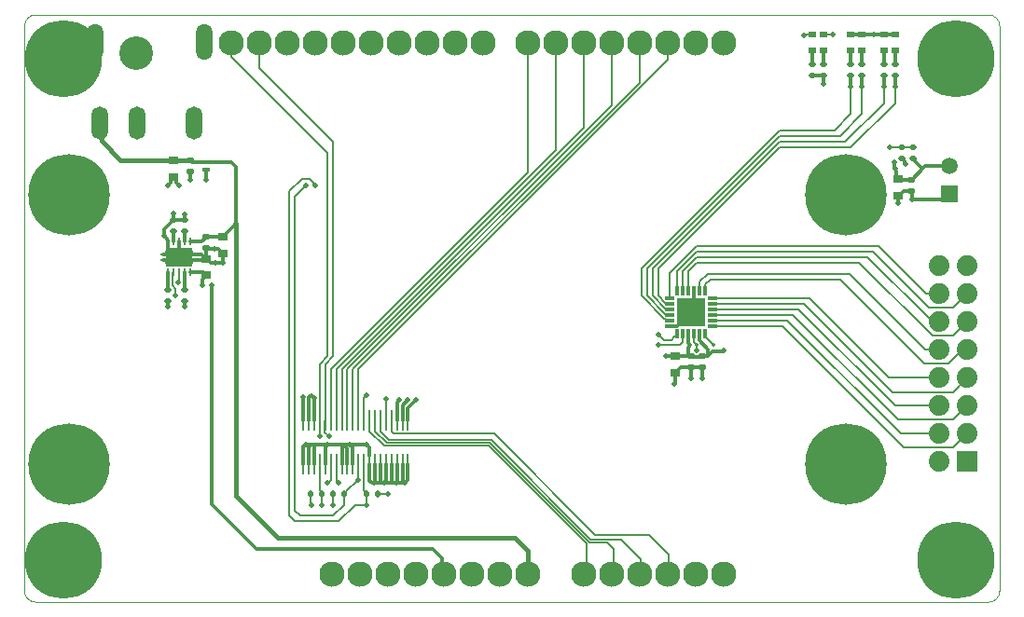
<source format=gtl>
G04*
G04 #@! TF.GenerationSoftware,Altium Limited,Altium Designer,24.5.2 (23)*
G04*
G04 Layer_Physical_Order=1*
G04 Layer_Color=255*
%FSLAX25Y25*%
%MOIN*%
G70*
G04*
G04 #@! TF.SameCoordinates,8268167A-419A-4E4C-BA15-56D98ABE09BB*
G04*
G04*
G04 #@! TF.FilePolarity,Positive*
G04*
G01*
G75*
%ADD12C,0.00600*%
%ADD14C,0.01200*%
%ADD20C,0.00100*%
G04:AMPARAMS|DCode=21|XSize=23.62mil|YSize=17.72mil|CornerRadius=4.43mil|HoleSize=0mil|Usage=FLASHONLY|Rotation=90.000|XOffset=0mil|YOffset=0mil|HoleType=Round|Shape=RoundedRectangle|*
%AMROUNDEDRECTD21*
21,1,0.02362,0.00886,0,0,90.0*
21,1,0.01476,0.01772,0,0,90.0*
1,1,0.00886,0.00443,0.00738*
1,1,0.00886,0.00443,-0.00738*
1,1,0.00886,-0.00443,-0.00738*
1,1,0.00886,-0.00443,0.00738*
%
%ADD21ROUNDEDRECTD21*%
%ADD22R,0.10039X0.10039*%
G04:AMPARAMS|DCode=23|XSize=35.43mil|YSize=11.81mil|CornerRadius=2.95mil|HoleSize=0mil|Usage=FLASHONLY|Rotation=270.000|XOffset=0mil|YOffset=0mil|HoleType=Round|Shape=RoundedRectangle|*
%AMROUNDEDRECTD23*
21,1,0.03543,0.00591,0,0,270.0*
21,1,0.02953,0.01181,0,0,270.0*
1,1,0.00591,-0.00295,-0.01476*
1,1,0.00591,-0.00295,0.01476*
1,1,0.00591,0.00295,0.01476*
1,1,0.00591,0.00295,-0.01476*
%
%ADD23ROUNDEDRECTD23*%
G04:AMPARAMS|DCode=24|XSize=35.43mil|YSize=11.81mil|CornerRadius=2.95mil|HoleSize=0mil|Usage=FLASHONLY|Rotation=180.000|XOffset=0mil|YOffset=0mil|HoleType=Round|Shape=RoundedRectangle|*
%AMROUNDEDRECTD24*
21,1,0.03543,0.00591,0,0,180.0*
21,1,0.02953,0.01181,0,0,180.0*
1,1,0.00591,-0.01476,0.00295*
1,1,0.00591,0.01476,0.00295*
1,1,0.00591,0.01476,-0.00295*
1,1,0.00591,-0.01476,-0.00295*
%
%ADD24ROUNDEDRECTD24*%
G04:AMPARAMS|DCode=26|XSize=32.68mil|YSize=27.56mil|CornerRadius=2.76mil|HoleSize=0mil|Usage=FLASHONLY|Rotation=0.000|XOffset=0mil|YOffset=0mil|HoleType=Round|Shape=RoundedRectangle|*
%AMROUNDEDRECTD26*
21,1,0.03268,0.02205,0,0,0.0*
21,1,0.02717,0.02756,0,0,0.0*
1,1,0.00551,0.01358,-0.01102*
1,1,0.00551,-0.01358,-0.01102*
1,1,0.00551,-0.01358,0.01102*
1,1,0.00551,0.01358,0.01102*
%
%ADD26ROUNDEDRECTD26*%
G04:AMPARAMS|DCode=27|XSize=13.78mil|YSize=11.81mil|CornerRadius=2.95mil|HoleSize=0mil|Usage=FLASHONLY|Rotation=90.000|XOffset=0mil|YOffset=0mil|HoleType=Round|Shape=RoundedRectangle|*
%AMROUNDEDRECTD27*
21,1,0.01378,0.00591,0,0,90.0*
21,1,0.00787,0.01181,0,0,90.0*
1,1,0.00591,0.00295,0.00394*
1,1,0.00591,0.00295,-0.00394*
1,1,0.00591,-0.00295,-0.00394*
1,1,0.00591,-0.00295,0.00394*
%
%ADD27ROUNDEDRECTD27*%
G04:AMPARAMS|DCode=28|XSize=13.78mil|YSize=11.81mil|CornerRadius=2.95mil|HoleSize=0mil|Usage=FLASHONLY|Rotation=180.000|XOffset=0mil|YOffset=0mil|HoleType=Round|Shape=RoundedRectangle|*
%AMROUNDEDRECTD28*
21,1,0.01378,0.00591,0,0,180.0*
21,1,0.00787,0.01181,0,0,180.0*
1,1,0.00591,-0.00394,0.00295*
1,1,0.00591,0.00394,0.00295*
1,1,0.00591,0.00394,-0.00295*
1,1,0.00591,-0.00394,-0.00295*
%
%ADD28ROUNDEDRECTD28*%
G04:AMPARAMS|DCode=29|XSize=23.62mil|YSize=17.72mil|CornerRadius=4.43mil|HoleSize=0mil|Usage=FLASHONLY|Rotation=180.000|XOffset=0mil|YOffset=0mil|HoleType=Round|Shape=RoundedRectangle|*
%AMROUNDEDRECTD29*
21,1,0.02362,0.00886,0,0,180.0*
21,1,0.01476,0.01772,0,0,180.0*
1,1,0.00886,-0.00738,0.00443*
1,1,0.00886,0.00738,0.00443*
1,1,0.00886,0.00738,-0.00443*
1,1,0.00886,-0.00738,-0.00443*
%
%ADD29ROUNDEDRECTD29*%
%ADD30R,0.02756X0.02362*%
G04:AMPARAMS|DCode=31|XSize=70.87mil|YSize=9.84mil|CornerRadius=0.49mil|HoleSize=0mil|Usage=FLASHONLY|Rotation=270.000|XOffset=0mil|YOffset=0mil|HoleType=Round|Shape=RoundedRectangle|*
%AMROUNDEDRECTD31*
21,1,0.07087,0.00886,0,0,270.0*
21,1,0.06988,0.00984,0,0,270.0*
1,1,0.00098,-0.00443,-0.03494*
1,1,0.00098,-0.00443,0.03494*
1,1,0.00098,0.00443,0.03494*
1,1,0.00098,0.00443,-0.03494*
%
%ADD31ROUNDEDRECTD31*%
G04:AMPARAMS|DCode=32|XSize=23.62mil|YSize=9.84mil|CornerRadius=1.48mil|HoleSize=0mil|Usage=FLASHONLY|Rotation=270.000|XOffset=0mil|YOffset=0mil|HoleType=Round|Shape=RoundedRectangle|*
%AMROUNDEDRECTD32*
21,1,0.02362,0.00689,0,0,270.0*
21,1,0.02067,0.00984,0,0,270.0*
1,1,0.00295,-0.00344,-0.01033*
1,1,0.00295,-0.00344,0.01033*
1,1,0.00295,0.00344,0.01033*
1,1,0.00295,0.00344,-0.01033*
%
%ADD32ROUNDEDRECTD32*%
G04:AMPARAMS|DCode=33|XSize=94.49mil|YSize=64.96mil|CornerRadius=1.62mil|HoleSize=0mil|Usage=FLASHONLY|Rotation=0.000|XOffset=0mil|YOffset=0mil|HoleType=Round|Shape=RoundedRectangle|*
%AMROUNDEDRECTD33*
21,1,0.09449,0.06171,0,0,0.0*
21,1,0.09124,0.06496,0,0,0.0*
1,1,0.00325,0.04562,-0.03086*
1,1,0.00325,-0.04562,-0.03086*
1,1,0.00325,-0.04562,0.03086*
1,1,0.00325,0.04562,0.03086*
%
%ADD33ROUNDEDRECTD33*%
G04:AMPARAMS|DCode=34|XSize=19.69mil|YSize=9.84mil|CornerRadius=0mil|HoleSize=0mil|Usage=FLASHONLY|Rotation=0.000|XOffset=0mil|YOffset=0mil|HoleType=Round|Shape=RoundedRectangle|*
%AMROUNDEDRECTD34*
21,1,0.01969,0.00984,0,0,0.0*
21,1,0.01969,0.00984,0,0,0.0*
1,1,0.00000,0.00985,-0.00492*
1,1,0.00000,-0.00985,-0.00492*
1,1,0.00000,-0.00985,0.00492*
1,1,0.00000,0.00985,0.00492*
%
%ADD34ROUNDEDRECTD34*%
G04:AMPARAMS|DCode=35|XSize=13.78mil|YSize=23.62mil|CornerRadius=1.38mil|HoleSize=0mil|Usage=FLASHONLY|Rotation=90.000|XOffset=0mil|YOffset=0mil|HoleType=Round|Shape=RoundedRectangle|*
%AMROUNDEDRECTD35*
21,1,0.01378,0.02087,0,0,90.0*
21,1,0.01102,0.02362,0,0,90.0*
1,1,0.00276,0.01043,0.00551*
1,1,0.00276,0.01043,-0.00551*
1,1,0.00276,-0.01043,-0.00551*
1,1,0.00276,-0.01043,0.00551*
%
%ADD35ROUNDEDRECTD35*%
G04:AMPARAMS|DCode=61|XSize=23.62mil|YSize=19.68mil|CornerRadius=4.92mil|HoleSize=0mil|Usage=FLASHONLY|Rotation=0.000|XOffset=0mil|YOffset=0mil|HoleType=Round|Shape=RoundedRectangle|*
%AMROUNDEDRECTD61*
21,1,0.02362,0.00984,0,0,0.0*
21,1,0.01378,0.01968,0,0,0.0*
1,1,0.00984,0.00689,-0.00492*
1,1,0.00984,-0.00689,-0.00492*
1,1,0.00984,-0.00689,0.00492*
1,1,0.00984,0.00689,0.00492*
%
%ADD61ROUNDEDRECTD61*%
%ADD62C,0.01600*%
%ADD63C,0.00700*%
%ADD64C,0.01400*%
%ADD65C,0.27559*%
%ADD66C,0.07400*%
%ADD67R,0.07400X0.07400*%
%ADD68C,0.09055*%
%ADD69R,0.05937X0.05937*%
%ADD70C,0.05937*%
%ADD71C,0.12000*%
%ADD72O,0.05906X0.11811*%
%ADD73O,0.05906X0.12992*%
%ADD74C,0.29134*%
%ADD75C,0.02000*%
D12*
X1157963Y765750D02*
Y771876D01*
X1047294Y655080D02*
X1157963Y765750D01*
X1047294Y636994D02*
Y655080D01*
X1045325Y655080D02*
X1147963Y757718D01*
X1045325Y636994D02*
Y655080D01*
X1147963Y757718D02*
Y771876D01*
X1043357Y636994D02*
Y655080D01*
X1137963Y749687D02*
Y771876D01*
X1043357Y655080D02*
X1137963Y749687D01*
X1041388Y655080D02*
X1127963Y741655D01*
Y771876D01*
X1041388Y636994D02*
Y655080D01*
X1039420Y655080D02*
X1117963Y733624D01*
X1039420Y636994D02*
Y655080D01*
X1117963Y733624D02*
Y771876D01*
X1107963Y725592D02*
Y771876D01*
X1037451Y655080D02*
X1107963Y725592D01*
X1037451Y636994D02*
Y655080D01*
X1033514Y657049D02*
X1036294Y659828D01*
X1033514Y631157D02*
Y657049D01*
X1035483Y636994D02*
Y657049D01*
X1038262Y659828D01*
X1154404Y691324D02*
X1197711Y734631D01*
X1154404Y681452D02*
Y691324D01*
Y681452D02*
X1156949Y678907D01*
X1156979D01*
X1157357Y678529D01*
X1022514Y718884D02*
X1027032Y723401D01*
X1029808D02*
X1031342Y721867D01*
X1027032Y723401D02*
X1029808D01*
X1038262Y659828D02*
Y736600D01*
X1036294Y659828D02*
Y732545D01*
X1001963Y766876D02*
X1036294Y732545D01*
X1011963Y762899D02*
X1038262Y736600D01*
X1031342Y721703D02*
Y721867D01*
Y721703D02*
X1031814Y721231D01*
Y720852D02*
Y721231D01*
X1024483Y716915D02*
X1028420Y720852D01*
X1024483Y604710D02*
Y716915D01*
X1022514Y602742D02*
Y718884D01*
Y602742D02*
X1024483Y600773D01*
X1040231D01*
X1046136Y606679D01*
X1050073D01*
X1024483Y604710D02*
X1026451Y602742D01*
X1038262D01*
X1042231Y606710D01*
Y610616D01*
X1168206Y662006D02*
Y663742D01*
Y662006D02*
X1168229Y661983D01*
X1168184Y663765D02*
X1168206Y663742D01*
X1033438Y631080D02*
X1033514Y631157D01*
X1035291Y632663D02*
X1036840Y631114D01*
X1035291Y632663D02*
Y636802D01*
X1035483Y636994D01*
X1154404Y667702D02*
X1156372Y665734D01*
X1159128D01*
X1161003Y666768D02*
X1161294Y667059D01*
X1160163Y666768D02*
X1161003D01*
X1159128Y665734D02*
X1160163Y666768D01*
X1161294Y667059D02*
Y667899D01*
X1154404Y663765D02*
X1162278D01*
X1163262Y664750D02*
Y667899D01*
X1162278Y663765D02*
X1163262Y664750D01*
X1034325Y606679D02*
Y610616D01*
X1057136Y644661D02*
X1057143Y644668D01*
X1057136Y636994D02*
Y644661D01*
X1127963Y581876D02*
X1128813Y582726D01*
Y592899D01*
X1137963Y581876D02*
X1138656Y582569D01*
X1130012Y593263D02*
X1136323D01*
X1138656Y590931D01*
X1129521Y593606D02*
X1129669D01*
X1130012Y593263D01*
X1138656Y582569D02*
Y590931D01*
X1147963Y581876D02*
X1148250Y582163D01*
X1141229Y594263D02*
X1148250Y587242D01*
Y582163D02*
Y587242D01*
X1130639Y594387D02*
X1130763Y594263D01*
X1141229D01*
X1130302Y594387D02*
X1130639D01*
X1157963Y581876D02*
X1158341Y582254D01*
Y588962D01*
X1151264Y596039D02*
X1158341Y588962D01*
X1131953Y596039D02*
X1151264D01*
X1059916Y632269D02*
X1095722D01*
X1059105Y636994D02*
X1059197Y636902D01*
Y632988D02*
X1059916Y632269D01*
X1059197Y632988D02*
Y636902D01*
X1055168Y636994D02*
X1055260Y636902D01*
Y632988D02*
X1058314Y629934D01*
X1055260Y632988D02*
Y636902D01*
X1053199Y636994D02*
X1053282Y636911D01*
Y632997D02*
X1057450Y628829D01*
X1053282Y632997D02*
Y636911D01*
X1051231Y636994D02*
X1051320Y636904D01*
Y633004D02*
X1056494Y627830D01*
X1051320Y633004D02*
Y636904D01*
X1095722Y632269D02*
X1131953Y596039D01*
X1094755Y629934D02*
X1130302Y594387D01*
X1058314Y629934D02*
X1094755D01*
X1094297Y628829D02*
X1129521Y593606D01*
X1057450Y628829D02*
X1094297D01*
X1093883Y627830D02*
X1128813Y592899D01*
X1056494Y627830D02*
X1093883D01*
X1049262Y644997D02*
X1050073Y645808D01*
X1049262Y636994D02*
Y644997D01*
X1050073Y645808D02*
Y646049D01*
Y606679D02*
Y610584D01*
X1050042Y610616D02*
X1050073Y610584D01*
X1036294Y614553D02*
X1037451Y615710D01*
Y621246D01*
X1039420Y615364D02*
X1040231Y614553D01*
X1039420Y615364D02*
Y621246D01*
X1001963Y766876D02*
Y771876D01*
X1011963Y762899D02*
Y771876D01*
X1198695Y670655D02*
X1242175Y627175D01*
X1259861D02*
X1264798Y632112D01*
X1242175Y627175D02*
X1259861D01*
X1200664Y672624D02*
X1241176Y632112D01*
X1254798D01*
X1259768Y637082D02*
X1264798Y642112D01*
X1240143Y637082D02*
X1259768D01*
X1202632Y674592D02*
X1240143Y637082D01*
X1173892Y670655D02*
X1198695D01*
X1173892Y672624D02*
X1200664D01*
X1173892Y674592D02*
X1202632D01*
X1236924Y652112D02*
X1254798D01*
X1208538Y680498D02*
X1236924Y652112D01*
X1173892Y680498D02*
X1208538D01*
X1238050Y647048D02*
X1259734D01*
X1206569Y678529D02*
X1238050Y647048D01*
X1173892Y678529D02*
X1206569D01*
X1239050Y642112D02*
X1254798D01*
X1204601Y676561D02*
X1239050Y642112D01*
X1173892Y676561D02*
X1204601D01*
X1259734Y647048D02*
X1264798Y652112D01*
X1258147Y657272D02*
X1262516Y661641D01*
X1249480Y657272D02*
X1258147D01*
X1262516Y661641D02*
X1264327D01*
X1219365Y687387D02*
X1249480Y657272D01*
X1222745Y689356D02*
X1249989Y662112D01*
X1254798D01*
X1173057Y687387D02*
X1219365D01*
X1171136Y683253D02*
X1171161Y683278D01*
Y685491D01*
X1173057Y687387D01*
X1172120Y689356D02*
X1222745D01*
X1169310Y683395D02*
Y686545D01*
X1172120Y689356D01*
X1169168Y683253D02*
X1169310Y683395D01*
X1252376Y667204D02*
X1259890D01*
X1168184Y693293D02*
X1226287D01*
X1252376Y667204D01*
X1251117Y677207D02*
X1259893D01*
X1231094Y697230D02*
X1251117Y677207D01*
X1259893D02*
X1264798Y682112D01*
X1259890Y667204D02*
X1264798Y672112D01*
X1168184Y695261D02*
X1229207D01*
X1251056Y673413D01*
X1253496D02*
X1254798Y672112D01*
X1251056Y673413D02*
X1253496D01*
X1233144Y699198D02*
X1250231Y682112D01*
X1168184Y699198D02*
X1233144D01*
X1250231Y682112D02*
X1254798D01*
X1165231Y690340D02*
X1168184Y693293D01*
X1163262Y690340D02*
X1168184Y695261D01*
X1161294Y690340D02*
X1168184Y697230D01*
X1231094D01*
X1158538Y689553D02*
X1168184Y699198D01*
X1165231Y683253D02*
Y690340D01*
X1163262Y683253D02*
Y690340D01*
X1161294Y683253D02*
Y690340D01*
X1158538Y680498D02*
Y689553D01*
X1152435Y681452D02*
X1156949Y676939D01*
X1152435Y691324D02*
X1197711Y736600D01*
X1152435Y681452D02*
Y691324D01*
X1150467Y681452D02*
X1156949Y674970D01*
X1150467Y691324D02*
X1197711Y738568D01*
X1150467Y681452D02*
Y691324D01*
X1148498Y681452D02*
Y691324D01*
X1197711Y740537D01*
X1148498Y681452D02*
X1156649Y673302D01*
X1197711Y740537D02*
X1217396D01*
X1223302Y746443D01*
Y756285D01*
X1197711Y734631D02*
X1223302D01*
X1239050Y750380D01*
Y756285D01*
X1221333Y736600D02*
X1235113Y750380D01*
Y756285D01*
X1197711Y736600D02*
X1221333D01*
X1219365Y738568D02*
X1227239Y746443D01*
Y756285D01*
X1197711Y738568D02*
X1219365D01*
X1156649Y673302D02*
X1156715D01*
X1157066Y672950D01*
Y672914D02*
Y672950D01*
Y672914D02*
X1157357Y672624D01*
X1158538D01*
X1156949Y674970D02*
X1156979D01*
X1157357Y674592D02*
X1158538D01*
X1156979Y674970D02*
X1157357Y674592D01*
X1156949Y676939D02*
X1156979D01*
X1157357Y676561D01*
X1158538D01*
X1157357Y678529D02*
X1158538D01*
X1264327Y661641D02*
X1264798Y662112D01*
X1030325Y606742D02*
X1030388Y606679D01*
X1030325Y606742D02*
Y610616D01*
X1054042D02*
X1057947D01*
X1050042D02*
Y610988D01*
X1049262Y611768D02*
Y621246D01*
Y611768D02*
X1050042Y610988D01*
X1043024Y611409D02*
X1047294Y615679D01*
X1042231Y610616D02*
Y610834D01*
X1047294Y615679D02*
Y621246D01*
X1042806Y611409D02*
X1043024D01*
X1042231Y610834D02*
X1042806Y611409D01*
X1033514Y611799D02*
X1034325Y610988D01*
Y610616D02*
Y610988D01*
X1033514Y611799D02*
Y621246D01*
X1206557Y774757D02*
X1209522D01*
X1206459Y774659D02*
X1206557Y774757D01*
X1213459D02*
X1216803D01*
X1216868Y774823D01*
X982019Y681528D02*
Y684065D01*
X980948Y685136D02*
X982019Y684065D01*
X980948Y685136D02*
Y686695D01*
X980967Y686714D01*
X980983Y689557D02*
X981175Y689749D01*
X980967Y688517D02*
X980983Y688533D01*
Y689557D01*
X980967Y686714D02*
Y688517D01*
X982857Y686136D02*
Y686515D01*
X983144Y686803D02*
Y689749D01*
X982857Y686515D02*
X983144Y686803D01*
X1171427Y666428D02*
X1173700Y664154D01*
X1173991Y663765D02*
X1174089D01*
X1171136Y666718D02*
Y667899D01*
Y666718D02*
X1171427Y666428D01*
X1171427D01*
X1173700Y664056D02*
Y664154D01*
Y664056D02*
X1173991Y663765D01*
X1167199Y664750D02*
X1167795Y664154D01*
X1168184Y663765D02*
Y663864D01*
X1167199Y664750D02*
Y667899D01*
X1167795Y664154D02*
X1167893D01*
X1168184Y663864D01*
D14*
X994873Y606761D02*
Y685348D01*
Y606761D02*
X1010703Y590931D01*
X1073695D01*
X1077126Y587500D01*
Y582713D02*
X1077963Y581876D01*
X1077126Y582713D02*
Y587500D01*
X985113Y677545D02*
Y679419D01*
X985176Y679482D01*
X979207Y677545D02*
Y679450D01*
X1241609Y730663D02*
X1241895Y730377D01*
X1242190Y729739D02*
X1242987Y728942D01*
X1241895Y730377D02*
X1242190D01*
Y729739D02*
Y730377D01*
X1242987Y728726D02*
Y728942D01*
X1239050Y726541D02*
Y726757D01*
X1239578Y723923D02*
X1240206Y723295D01*
X1239578Y723923D02*
Y726012D01*
X1239050Y726541D02*
X1239578Y726012D01*
X1238944Y726863D02*
X1239050Y726757D01*
X1238944Y726863D02*
Y729391D01*
X1051250Y624189D02*
Y627155D01*
X1050073Y628332D02*
X1051250Y627155D01*
X1044168Y628332D02*
X1050073D01*
X1027609Y636994D02*
Y645238D01*
X1029577Y645238D02*
X1030388Y646049D01*
X1029577Y636994D02*
Y645238D01*
X1030388Y646049D02*
X1031546Y644891D01*
Y636994D02*
Y644891D01*
X1032357Y628332D02*
X1036294D01*
X1030388D02*
X1032357D01*
X1031546Y627521D02*
X1032357Y628332D01*
X1031546Y621246D02*
Y627521D01*
X1028420Y628332D02*
X1030388D01*
X1029577Y627521D02*
X1030388Y628332D01*
X1029577Y621246D02*
Y627521D01*
X1042091Y628332D02*
X1044168D01*
X1042091D02*
X1043357Y627067D01*
X1036294Y628332D02*
X1042091D01*
X1027609Y621246D02*
Y627521D01*
X1028420Y628332D01*
X1053518Y614553D02*
X1054994D01*
X1052042D02*
X1053518D01*
X1053199Y614872D02*
Y621246D01*
Y614872D02*
X1053518Y614553D01*
X1054994D02*
X1057947D01*
X1054994D02*
X1055168Y614726D01*
Y621246D01*
X1057947Y614553D02*
X1059916D01*
X1057136Y615364D02*
X1057947Y614553D01*
X1057136Y615364D02*
Y621246D01*
X1059916Y614553D02*
X1061884D01*
X1059105Y615364D02*
X1059916Y614553D01*
X1059105Y615364D02*
Y621246D01*
X1061884Y614553D02*
X1063853D01*
X1061073Y615364D02*
X1061884Y614553D01*
X1061073Y615364D02*
Y621246D01*
X1063042Y615364D02*
Y621246D01*
Y615364D02*
X1063853Y614553D01*
X1065010Y615710D02*
Y621246D01*
X1063853Y614553D02*
X1065010Y615710D01*
X1051231Y615364D02*
Y621246D01*
Y615364D02*
X1052042Y614553D01*
X1045325Y621246D02*
Y627175D01*
X1044168Y628332D02*
X1045325Y627175D01*
X1043357Y621246D02*
Y627067D01*
X1041388Y621246D02*
Y627629D01*
X1042091Y628332D01*
X1035483Y621246D02*
Y627521D01*
X1036294Y628332D01*
X1167199Y676561D02*
Y683253D01*
X1166215Y675576D02*
X1167199Y676561D01*
X1227239Y774789D02*
X1235113D01*
X1242258Y718884D02*
X1244955D01*
X1241274Y717899D02*
X1242258Y718884D01*
X1241018Y717899D02*
X1241274D01*
X1240206Y723295D02*
X1240681Y722821D01*
X1244955D01*
Y718884D02*
X1245099Y718740D01*
X1170152Y651954D02*
Y655891D01*
X1166215Y651954D02*
Y655891D01*
X1160309Y650202D02*
X1160590Y650483D01*
X1160309Y649986D02*
Y650202D01*
X1160590Y650483D02*
Y654023D01*
X1160446Y670655D02*
X1160462Y670671D01*
X1158538Y670655D02*
X1160446D01*
X1160462Y670671D02*
X1161309D01*
X1162278Y671639D01*
X1162278D01*
X991953Y687987D02*
X992731Y688765D01*
X991953Y687732D02*
Y687987D01*
X991487Y685392D02*
Y687266D01*
X992731Y688765D02*
X992987D01*
X991487Y687266D02*
X991953Y687732D01*
X1213459Y757218D02*
X1213503Y757174D01*
X1213459Y757218D02*
Y760159D01*
X1248892Y726757D02*
X1249876Y727742D01*
X1245536Y723402D02*
X1248892Y726757D01*
X1245546Y730600D02*
X1245841D01*
X1246127Y730314D01*
Y729523D02*
Y730314D01*
Y729523D02*
X1248892Y726757D01*
X1240206Y714437D02*
Y717389D01*
X1245099Y715974D02*
X1256711D01*
X1258636Y717899D01*
X1245099Y715974D02*
Y718740D01*
X1249876Y727742D02*
X1258636D01*
X1223302Y774789D02*
X1227239D01*
X1235113D02*
X1239050D01*
X1227239Y764190D02*
Y769277D01*
X1223302Y764190D02*
X1223302Y764191D01*
Y769277D01*
X1239050Y764190D02*
Y769277D01*
X1235113Y764159D02*
Y769277D01*
X1209522Y760159D02*
X1213459D01*
X1213459Y764159D02*
Y769246D01*
Y764159D02*
X1213459Y764159D01*
X1209522D02*
Y769246D01*
X999148Y702545D02*
X999926Y703323D01*
X1003617Y707269D02*
Y727545D01*
X999926Y703579D02*
X1003617Y707269D01*
X999926Y703323D02*
Y703579D01*
X998892Y702545D02*
X999148D01*
X1001943Y729218D02*
X1003617Y727545D01*
X992987Y729218D02*
X1001943D01*
X987278Y729907D02*
X987967Y729218D01*
X992987D01*
X987081Y729907D02*
X987278D01*
X980226Y723224D02*
X981004Y724002D01*
X980226Y721955D02*
Y723224D01*
X979207Y720936D02*
X980226Y721955D01*
X981004Y724002D02*
X981176D01*
X979207Y720852D02*
Y720936D01*
X982125Y721955D02*
Y723224D01*
Y721955D02*
X983144Y720936D01*
X981176Y724002D02*
X981347D01*
X982125Y723224D01*
X983144Y720852D02*
Y720936D01*
X987081Y722821D02*
Y725970D01*
X992987Y722821D02*
Y726659D01*
X992987Y726659D01*
X981175Y700773D02*
X981176Y700774D01*
Y704513D01*
X981188Y708526D02*
Y710727D01*
X981200Y710739D01*
X981176Y708513D02*
X981188Y708526D01*
X981176Y708513D02*
X985113D01*
X985180Y708581D01*
Y710623D01*
X985248Y710691D01*
X977826Y702798D02*
X978884Y701740D01*
Y701570D02*
Y701740D01*
X977826Y705164D02*
X980595Y707932D01*
X978884Y701570D02*
X979207Y701246D01*
X977826Y702798D02*
Y705164D01*
X979207Y697230D02*
Y701246D01*
X984128Y696245D02*
X988853D01*
X991953Y695449D02*
Y695542D01*
Y695449D02*
X992731Y694671D01*
X988853Y696245D02*
X991250D01*
X991953Y695542D01*
X992731Y694671D02*
X992987D01*
X986097Y694277D02*
X988853D01*
X992593D01*
X992987Y694671D01*
X991747Y689749D02*
X992731Y688765D01*
X987081Y689749D02*
X991747D01*
X979207Y683450D02*
Y689749D01*
X985113Y683482D02*
Y689749D01*
X977435Y696245D02*
X980191D01*
X977435Y694277D02*
X982160D01*
X980191Y696245D02*
X981176Y697230D01*
X985113Y693293D02*
X986097Y694277D01*
X983144Y695261D02*
X984128Y696245D01*
X982160Y694277D02*
X983144Y695261D01*
Y700773D01*
X985113Y700774D02*
Y704513D01*
Y700774D02*
X985113Y700773D01*
X992987Y702545D02*
X998892D01*
X987081Y700773D02*
X991215D01*
X992406Y701964D01*
X996357Y693285D02*
X996365Y693293D01*
X998892D01*
X997858Y697417D02*
X998636Y696639D01*
X997858Y697417D02*
Y697434D01*
X997155Y698137D02*
X997858Y697434D01*
X995887Y698137D02*
X997155D01*
X998636Y696639D02*
X998892D01*
X995741Y698283D02*
X995887Y698137D01*
X992987Y694671D02*
Y698608D01*
X993232Y698362D02*
X995662D01*
X995741Y698283D01*
X992987Y698608D02*
X993232Y698362D01*
X998892Y693293D02*
X998892Y693293D01*
X998892Y693293D02*
Y696639D01*
X994629Y693285D02*
X996357D01*
X992987Y694671D02*
X993242D01*
X994629Y693285D01*
X1161624Y654801D02*
Y655057D01*
X1160846Y654023D02*
X1161624Y654801D01*
X1160590Y654023D02*
X1160846D01*
X1162458Y655891D02*
X1166215D01*
X1161624Y655057D02*
X1162458Y655891D01*
X1166215D02*
X1170152D01*
D20*
X1276514Y777976D02*
G03*
X1272514Y781876I-3950J-50D01*
G01*
X1272614Y571876D02*
G03*
X1276514Y575876I-50J3950D01*
G01*
X927963Y575876D02*
G03*
X931963Y571876I4000J0D01*
G01*
Y781876D02*
G03*
X927963Y777976I-50J-3950D01*
G01*
X1276514Y575876D02*
Y777976D01*
X1181963Y781876D02*
X1272514D01*
X931963D02*
X1181963D01*
X931963Y571876D02*
X1272614D01*
X927963Y575876D02*
Y777976D01*
D21*
X1050042Y610616D02*
D03*
X1054042D02*
D03*
X1034325D02*
D03*
X1030325D02*
D03*
X1042231D02*
D03*
X1038231D02*
D03*
D22*
X1166215Y675576D02*
D03*
D23*
X1171136Y667899D02*
D03*
X1169168D02*
D03*
X1167199D02*
D03*
X1165231D02*
D03*
X1163262D02*
D03*
X1161294D02*
D03*
Y683253D02*
D03*
X1163262D02*
D03*
X1165231D02*
D03*
X1167199D02*
D03*
X1169168D02*
D03*
X1171136D02*
D03*
D24*
X1158538Y670655D02*
D03*
Y672624D02*
D03*
Y674592D02*
D03*
Y676561D02*
D03*
Y678529D02*
D03*
Y680498D02*
D03*
X1173892D02*
D03*
Y678529D02*
D03*
Y676561D02*
D03*
Y674592D02*
D03*
Y672624D02*
D03*
Y670655D02*
D03*
D26*
X1160590Y659929D02*
D03*
Y654023D02*
D03*
X1240206Y717389D02*
D03*
Y723295D02*
D03*
X992987Y688765D02*
D03*
Y694671D02*
D03*
X998892Y702545D02*
D03*
Y696639D02*
D03*
X981176Y729907D02*
D03*
Y724002D02*
D03*
D27*
X1168184Y663765D02*
D03*
X1166018D02*
D03*
D28*
X1174089D02*
D03*
Y661600D02*
D03*
D29*
X1239050Y760190D02*
D03*
Y764190D02*
D03*
X1235113Y760159D02*
D03*
Y764159D02*
D03*
X1227239Y760190D02*
D03*
Y764190D02*
D03*
X1223302Y760190D02*
D03*
Y764190D02*
D03*
X1241609Y734663D02*
D03*
Y730663D02*
D03*
X1245546Y730600D02*
D03*
Y734600D02*
D03*
X981176Y704513D02*
D03*
Y708513D02*
D03*
X985113D02*
D03*
Y704513D02*
D03*
X985113Y679482D02*
D03*
Y683482D02*
D03*
X979207Y679450D02*
D03*
Y683450D02*
D03*
X1209522Y764159D02*
D03*
Y760159D02*
D03*
X1213459Y764159D02*
D03*
Y760159D02*
D03*
D30*
X1235113Y769277D02*
D03*
X1239050D02*
D03*
Y774789D02*
D03*
X1235113D02*
D03*
X1223302Y769277D02*
D03*
X1227239D02*
D03*
Y774789D02*
D03*
X1223302D02*
D03*
X1209522Y774757D02*
D03*
X1213459D02*
D03*
Y769246D02*
D03*
X1209522D02*
D03*
D31*
X1059105Y621246D02*
D03*
X1057136D02*
D03*
X1065010Y636994D02*
D03*
X1063042D02*
D03*
X1061073D02*
D03*
X1059105D02*
D03*
X1057136D02*
D03*
X1037451D02*
D03*
X1045325Y621246D02*
D03*
X1037451D02*
D03*
X1029577D02*
D03*
X1055168Y636994D02*
D03*
X1053199D02*
D03*
X1051231D02*
D03*
X1065010Y621246D02*
D03*
X1063042D02*
D03*
X1061073D02*
D03*
X1055168D02*
D03*
X1053199D02*
D03*
X1051231D02*
D03*
X1041388D02*
D03*
X1043357D02*
D03*
X1039420D02*
D03*
X1035483D02*
D03*
X1031546D02*
D03*
X1027609D02*
D03*
Y636994D02*
D03*
X1031546D02*
D03*
X1029577D02*
D03*
X1043357D02*
D03*
X1049262Y621246D02*
D03*
Y636994D02*
D03*
X1047294Y621246D02*
D03*
Y636994D02*
D03*
X1045325D02*
D03*
X1035483D02*
D03*
X1033514Y621246D02*
D03*
Y636994D02*
D03*
X1041388D02*
D03*
X1039420D02*
D03*
D32*
X987081Y700773D02*
D03*
X985113D02*
D03*
X983144D02*
D03*
X981175D02*
D03*
X979207D02*
D03*
Y689749D02*
D03*
X981175D02*
D03*
X983144D02*
D03*
X985113D02*
D03*
X987081D02*
D03*
D33*
X983144Y695261D02*
D03*
D34*
X988853Y696245D02*
D03*
Y694277D02*
D03*
X977435Y696245D02*
D03*
Y694277D02*
D03*
D35*
X992987Y726659D02*
D03*
Y729218D02*
D03*
D61*
X1166215Y659828D02*
D03*
Y655891D02*
D03*
X1170152Y659828D02*
D03*
Y655891D02*
D03*
X1244955Y722821D02*
D03*
Y718884D02*
D03*
X992987Y698608D02*
D03*
Y702545D02*
D03*
X987081Y725970D02*
D03*
Y729907D02*
D03*
D62*
X1003617Y609828D02*
Y707269D01*
Y609828D02*
X1018577Y594868D01*
X1103223D01*
X1107963Y581876D02*
Y590128D01*
X1103223Y594868D02*
X1107963Y590128D01*
X954751Y743391D02*
X955434Y742708D01*
Y736752D02*
Y742708D01*
Y736752D02*
X962278Y729907D01*
X981176D01*
X981176Y729907D01*
X987081D01*
D63*
X1237113Y734600D02*
X1245546D01*
X1237081Y734631D02*
X1237113Y734600D01*
X1038231Y606710D02*
X1038262Y606679D01*
X1038231Y606710D02*
Y610616D01*
D64*
X1169926Y659602D02*
X1170152Y659828D01*
X1166441Y659602D02*
X1169926D01*
X1166215Y659828D02*
X1166441Y659602D01*
X1170152Y659828D02*
X1172331D01*
X1169168Y665443D02*
X1172331Y662280D01*
Y659828D02*
Y662280D01*
X1165034Y661010D02*
Y662781D01*
X1165734Y660113D02*
X1166018Y659828D01*
X1165734Y660113D02*
Y660310D01*
X1165034Y662781D02*
X1166018Y663765D01*
Y659828D02*
X1166215D01*
X1165034Y661010D02*
X1165734Y660310D01*
X1160559Y659898D02*
X1160590Y659929D01*
X1157371Y659898D02*
X1160559D01*
X1157340Y659867D02*
X1157371Y659898D01*
X1160590Y659929D02*
X1160691Y659828D01*
X1061073Y636994D02*
Y643107D01*
X1061884Y643918D01*
Y644080D01*
X1063042Y636994D02*
Y642303D01*
X1064813Y644074D01*
X1065010Y636994D02*
Y641301D01*
X1067790Y644080D01*
X1227239Y756285D02*
Y760190D01*
X1223302Y756285D02*
Y760190D01*
X1239050Y756285D02*
Y760190D01*
X1235113Y756285D02*
X1235113Y756285D01*
Y760159D01*
X1177487Y661682D02*
X1177911D01*
X1178026Y661797D01*
X1174089Y661600D02*
X1177405D01*
X1177487Y661682D01*
X1172120Y659828D02*
X1173892Y661600D01*
X1174089D01*
X1160691Y659828D02*
X1166215D01*
X1169168Y665443D02*
Y667899D01*
X1165231Y664553D02*
X1166018Y663765D01*
X1165231Y664553D02*
Y667899D01*
D65*
X941805Y766128D02*
D03*
X941805Y586994D02*
D03*
X1260703D02*
D03*
Y766128D02*
D03*
D66*
X1254798Y692112D02*
D03*
X1264798D02*
D03*
X1254798Y682112D02*
D03*
X1264798D02*
D03*
X1254798Y652112D02*
D03*
Y642112D02*
D03*
Y632112D02*
D03*
Y622112D02*
D03*
X1264798Y652112D02*
D03*
Y642112D02*
D03*
Y632112D02*
D03*
Y662112D02*
D03*
Y672112D02*
D03*
X1254798Y662112D02*
D03*
Y672112D02*
D03*
D67*
X1264798Y622112D02*
D03*
D68*
X1037963Y581876D02*
D03*
X1047963D02*
D03*
X1057963D02*
D03*
X1067963D02*
D03*
X1077963D02*
D03*
X1087963D02*
D03*
X1097963D02*
D03*
X1107963D02*
D03*
X1127963D02*
D03*
X1137963D02*
D03*
X1147963D02*
D03*
X1157963D02*
D03*
X1167963D02*
D03*
X1177963D02*
D03*
X1091963Y771876D02*
D03*
X1081963D02*
D03*
X1071963D02*
D03*
X1061963D02*
D03*
X1051963D02*
D03*
X1041963D02*
D03*
X1031963D02*
D03*
X1021963D02*
D03*
X1011963D02*
D03*
X1001963D02*
D03*
X1177963D02*
D03*
X1167963D02*
D03*
X1157963D02*
D03*
X1147963D02*
D03*
X1137963D02*
D03*
X1127963D02*
D03*
X1117963D02*
D03*
X1107963D02*
D03*
D69*
X1258636Y717899D02*
D03*
D70*
Y727742D02*
D03*
D71*
X967743Y768194D02*
D03*
D72*
X954751Y743391D02*
D03*
X968137D02*
D03*
X988609D02*
D03*
D73*
X992152Y772131D02*
D03*
X953176D02*
D03*
D74*
X1221506Y621246D02*
D03*
X1221506Y717702D02*
D03*
X943947D02*
D03*
Y621246D02*
D03*
D75*
X1031814Y720852D02*
D03*
X1028420D02*
D03*
X985113Y677545D02*
D03*
X979207D02*
D03*
X1242987Y728726D02*
D03*
X1238944Y729391D02*
D03*
X1239050Y726757D02*
D03*
X1237081Y734631D02*
D03*
X1028420Y628332D02*
D03*
X1036294D02*
D03*
X1044168D02*
D03*
X1050073D02*
D03*
X1063853Y614553D02*
D03*
X1060900D02*
D03*
X1056471D02*
D03*
X1052780D02*
D03*
X1168229Y661983D02*
D03*
X1033438Y631080D02*
D03*
X1036840Y631114D02*
D03*
X1157340Y659867D02*
D03*
X1154404Y663765D02*
D03*
Y667702D02*
D03*
X1034325Y606679D02*
D03*
X1031546Y644891D02*
D03*
X1027609Y645238D02*
D03*
X1003617Y707269D02*
D03*
X1064813Y644074D02*
D03*
X1067790Y644080D02*
D03*
X1061884D02*
D03*
X1057143Y644668D02*
D03*
X1050073Y646049D02*
D03*
X1047294Y615679D02*
D03*
X1050073Y606679D02*
D03*
X1036294Y614553D02*
D03*
X1040231D02*
D03*
X1030388Y606679D02*
D03*
X1038262D02*
D03*
X1057947Y610616D02*
D03*
X1235113Y756285D02*
D03*
X1239050D02*
D03*
X1223302D02*
D03*
X1227239D02*
D03*
X1160309Y649986D02*
D03*
X1166215Y651954D02*
D03*
X1170152D02*
D03*
X1178026Y661797D02*
D03*
X981176Y695261D02*
D03*
X985113D02*
D03*
X991487Y685392D02*
D03*
X994873Y685348D02*
D03*
X1213503Y757174D02*
D03*
X1206459Y774659D02*
D03*
X1216868Y774823D02*
D03*
X1245099Y715974D02*
D03*
X1240206Y714437D02*
D03*
X1231361Y774783D02*
D03*
X992987Y722821D02*
D03*
X987081D02*
D03*
X983144Y720852D02*
D03*
X979207D02*
D03*
X985248Y710691D02*
D03*
X981200Y710739D02*
D03*
X977826Y702843D02*
D03*
X982857Y686136D02*
D03*
X982019Y681528D02*
D03*
X995741Y698283D02*
D03*
X996357Y693285D02*
D03*
X998892Y693293D02*
D03*
X979207D02*
D03*
Y697230D02*
D03*
X981176D02*
D03*
Y693293D02*
D03*
X987081D02*
D03*
Y697230D02*
D03*
X985113Y693293D02*
D03*
Y697230D02*
D03*
X983144Y695261D02*
D03*
X1166215Y671639D02*
D03*
X1166325Y679293D02*
D03*
X1170152Y675576D02*
D03*
X1162278D02*
D03*
Y679513D02*
D03*
X1170152D02*
D03*
Y671639D02*
D03*
X1162278D02*
D03*
X1166215Y675576D02*
D03*
M02*

</source>
